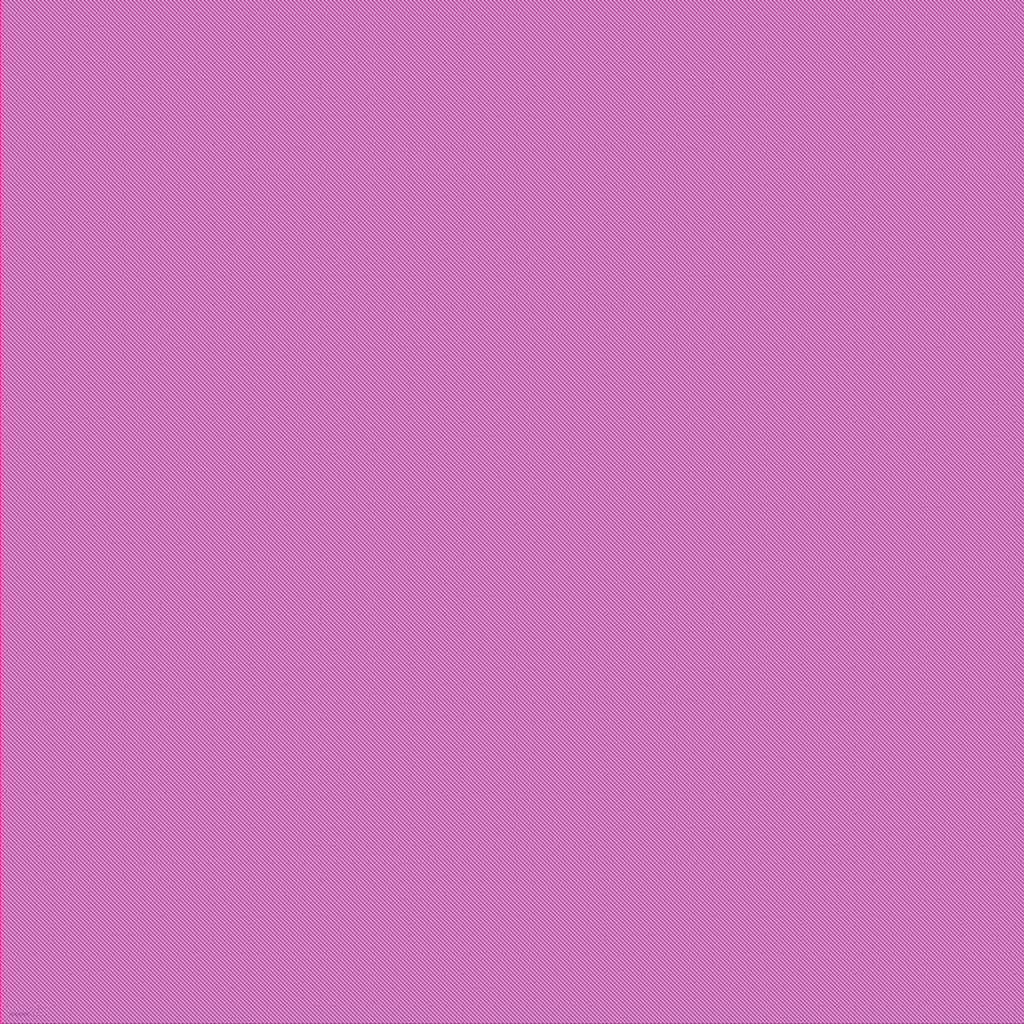
<source format=lef>
###############################################################################
#TSMC Library/IP Product
#Filename: tpa018nv_6lm.lef
#Technology: log018
#Product Type: Standard I/O
#Product Name: tpa018nv
#Version: 270a
###############################################################################
# 
#STATEMENT OF USE
#
#This information contains confidential and proprietary information of TSMC.
#No part of this information may be reproduced, transmitted, transcribed,
#stored in a retrieval system, or translated into any human or computer
#language, in any form or by any means, electronic, mechanical, magnetic,
#optical, chemical, manual, or otherwise, without the prior written permission
#of TSMC. This information was prepared for informational purpose and is for
#use by TSMC's customers only. TSMC reserves the right to make changes in the
#information at any time and without notice.
# 
###############################################################################

SITE pad
    SYMMETRY x y r90 ;
    CLASS pad ;
    SIZE 0.005 BY 115.000 ;
END pad 

SITE corner
    SYMMETRY x y r90 ;
    CLASS pad ;
    SIZE 115.000 BY 115.000 ;
END corner

MACRO PCLAMP
    CLASS BLOCK ;
    FOREIGN PCLAMP 0.000 0.000  ;
    ORIGIN 0.000 0.000 ;
    SIZE 115.000 BY 56.000 ;
    SYMMETRY x y r90 ;
    PIN VSSESD
        DIRECTION INOUT ;
        PORT
        LAYER METAL3 ;
        RECT  28.055 0.000 57.945 2.000 ;
        RECT  28.055 54.000 57.945 56.000 ;
        RECT  2.055 0.000 25.055 2.000 ;
        RECT  2.055 54.000 25.055 56.000 ;
        END
    END VSSESD
    PIN VDDESD
        DIRECTION INOUT ;
        PORT
        LAYER METAL3 ;
        RECT  86.945 0.000 108.505 2.000 ;
        RECT  86.945 54.000 108.505 56.000 ;
        RECT  60.945 0.000 83.945 2.000 ;
        RECT  60.945 54.000 83.945 56.000 ;
        END
    END VDDESD
    OBS
        LAYER METAL1 ;
        RECT  0.000 0.000 115.000 56.000 ;
        LAYER METAL2 ;
        RECT  0.000 0.000 115.000 56.000 ;
        LAYER METAL3 ;
        RECT  108.785 0.000 115.000 56.000 ;
        RECT  86.665 2.280 108.785 53.720 ;
        RECT  84.225 0.000 86.665 56.000 ;
        RECT  60.665 2.280 84.225 53.720 ;
        RECT  58.225 0.000 60.665 56.000 ;
        RECT  27.775 2.280 58.225 53.720 ;
        RECT  25.335 0.000 27.775 56.000 ;
        RECT  1.775 2.280 25.335 53.720 ;
        RECT  0.000 0.000 1.775 56.000 ;
        LAYER METAL4 ;
        RECT  0.000 0.000 115.000 56.000 ;
        LAYER METAL5 ;
        RECT  0.000 0.000 115.000 56.000 ;
        LAYER METAL6 ;
        RECT  0.000 0.000 115.000 56.000 ;
    END
END PCLAMP

MACRO PCORNERA
    CLASS ENDCAP BOTTOMLEFT ;
    FOREIGN PCORNERA 0.000 0.000  ;
    ORIGIN 0.000 0.000 ;
    SIZE 115.000 BY 115.000 ;
    SYMMETRY x y r90 ;
    SITE corner ;
    OBS
        LAYER METAL1 ;
        RECT  0.000 0.000 115.000 115.000 ;
        LAYER METAL2 ;
        RECT  0.000 0.000 115.000 115.000 ;
        LAYER METAL3 ;
        RECT  0.000 0.000 115.000 115.000 ;
        LAYER METAL4 ;
        RECT  0.000 0.000 115.000 115.000 ;
        LAYER METAL5 ;
        RECT  0.000 0.000 115.000 115.000 ;
        LAYER METAL6 ;
        RECT  0.000 0.000 115.000 115.000 ;
    END
END PCORNERA

MACRO PDB1A
    CLASS PAD ;
    FOREIGN PDB1A 0.000 0.000  ;
    ORIGIN 0.000 0.000 ;
    SIZE 50.000 BY 115.000 ;
    SYMMETRY x y r90 ;
    SITE pad ;
    PIN AIO
        DIRECTION INOUT ;
        PORT
        LAYER METAL2 ;
        RECT  20.000 0.000 30.000 3.160 ;
        LAYER METAL3 ;
        RECT  20.000 0.000 30.000 3.160 ;
        LAYER METAL4 ;
        RECT  20.000 0.000 30.000 3.160 ;
        LAYER METAL5 ;
        RECT  20.000 0.000 30.000 3.160 ;
        LAYER METAL6 ;
        RECT  20.000 0.000 30.000 3.160 ;
        RECT  20.000 111.840 30.000 115.000 ;
        END
    END AIO
    OBS
        LAYER METAL1 ;
        RECT  0.000 0.000 50.000 115.000 ;
        LAYER METAL2 ;
        RECT  30.280 0.000 50.000 115.000 ;
        RECT  19.720 3.440 30.280 115.000 ;
        RECT  0.000 0.000 19.720 115.000 ;
        LAYER VIA23 ;
        RECT  20.415 0.160 29.515 3.020 ;
        LAYER METAL3 ;
        RECT  30.280 0.000 50.000 115.000 ;
        RECT  19.720 3.440 30.280 115.000 ;
        RECT  0.000 0.000 19.720 115.000 ;
        LAYER VIA34 ;
        RECT  20.415 0.160 29.515 3.020 ;
        LAYER METAL4 ;
        RECT  30.280 0.000 50.000 115.000 ;
        RECT  19.720 3.440 30.280 115.000 ;
        RECT  0.000 0.000 19.720 115.000 ;
        LAYER VIA45 ;
        RECT  20.415 0.160 29.515 3.020 ;
        LAYER METAL5 ;
        RECT  30.280 0.000 50.000 115.000 ;
        RECT  19.720 3.440 30.280 115.000 ;
        RECT  0.000 0.000 19.720 115.000 ;
        LAYER VIA56 ;
        RECT  20.625 0.370 29.305 2.810 ;
        LAYER METAL6 ;
        RECT  30.460 0.000 50.000 115.000 ;
        RECT  19.540 3.620 30.460 111.380 ;
        RECT  0.000 0.000 19.540 115.000 ;
    END
END PDB1A

MACRO PDB1AC
    CLASS PAD ;
    FOREIGN PDB1AC 0.000 0.000  ;
    ORIGIN 0.000 0.000 ;
    SIZE 50.000 BY 115.000 ;
    SYMMETRY x y r90 ;
    SITE pad ;
    PIN AIO
        DIRECTION INOUT ;
        PORT
        LAYER METAL2 ;
        RECT  20.000 0.000 30.000 3.160 ;
        LAYER METAL3 ;
        RECT  20.000 0.000 30.000 3.160 ;
        LAYER METAL4 ;
        RECT  20.000 0.000 30.000 3.160 ;
        LAYER METAL5 ;
        RECT  20.000 0.000 30.000 3.160 ;
        LAYER METAL6 ;
        RECT  20.000 0.000 30.000 3.160 ;
        RECT  20.000 111.840 30.000 115.000 ;
        END
    END AIO
    OBS
        LAYER METAL1 ;
        RECT  0.000 0.000 50.000 115.000 ;
        LAYER METAL2 ;
        RECT  30.280 0.000 50.000 115.000 ;
        RECT  19.720 3.440 30.280 115.000 ;
        RECT  0.000 0.000 19.720 115.000 ;
        LAYER VIA23 ;
        RECT  20.415 0.160 29.515 3.020 ;
        LAYER METAL3 ;
        RECT  30.280 0.000 50.000 115.000 ;
        RECT  19.720 3.440 30.280 115.000 ;
        RECT  0.000 0.000 19.720 115.000 ;
        LAYER VIA34 ;
        RECT  20.415 0.160 29.515 3.020 ;
        LAYER METAL4 ;
        RECT  30.280 0.000 50.000 115.000 ;
        RECT  19.720 3.440 30.280 115.000 ;
        RECT  0.000 0.000 19.720 115.000 ;
        LAYER VIA45 ;
        RECT  20.415 0.160 29.515 3.020 ;
        LAYER METAL5 ;
        RECT  30.280 0.000 50.000 115.000 ;
        RECT  19.720 3.440 30.280 115.000 ;
        RECT  0.000 0.000 19.720 115.000 ;
        LAYER VIA56 ;
        RECT  20.625 0.370 29.305 2.810 ;
        LAYER METAL6 ;
        RECT  30.460 0.000 50.000 115.000 ;
        RECT  19.540 3.620 30.460 111.380 ;
        RECT  0.000 0.000 19.540 115.000 ;
    END
END PDB1AC

MACRO PDB2A
    CLASS PAD ;
    FOREIGN PDB2A 0.000 0.000  ;
    ORIGIN 0.000 0.000 ;
    SIZE 50.000 BY 115.000 ;
    SYMMETRY x y r90 ;
    SITE pad ;
    PIN AIO
        DIRECTION INOUT ;
        PORT
        LAYER METAL2 ;
        RECT  20.000 0.000 30.000 3.160 ;
        LAYER METAL3 ;
        RECT  20.000 0.000 30.000 3.160 ;
        LAYER METAL4 ;
        RECT  20.000 0.000 30.000 3.160 ;
        LAYER METAL5 ;
        RECT  20.000 0.000 30.000 3.160 ;
        LAYER METAL6 ;
        RECT  20.000 0.000 30.000 3.160 ;
        RECT  20.000 111.840 30.000 115.000 ;
        END
    END AIO
    OBS
        LAYER METAL1 ;
        RECT  0.000 0.000 50.000 115.000 ;
        LAYER METAL2 ;
        RECT  30.280 0.000 50.000 115.000 ;
        RECT  19.720 3.440 30.280 115.000 ;
        RECT  0.000 0.000 19.720 115.000 ;
        LAYER VIA23 ;
        RECT  20.415 0.160 29.515 3.020 ;
        LAYER METAL3 ;
        RECT  30.280 0.000 50.000 115.000 ;
        RECT  19.720 3.440 30.280 115.000 ;
        RECT  0.000 0.000 19.720 115.000 ;
        LAYER VIA34 ;
        RECT  20.415 0.160 29.515 3.020 ;
        LAYER METAL4 ;
        RECT  30.280 0.000 50.000 115.000 ;
        RECT  19.720 3.440 30.280 115.000 ;
        RECT  0.000 0.000 19.720 115.000 ;
        LAYER VIA45 ;
        RECT  20.415 0.160 29.515 3.020 ;
        LAYER METAL5 ;
        RECT  30.280 0.000 50.000 115.000 ;
        RECT  19.720 3.440 30.280 115.000 ;
        RECT  0.000 0.000 19.720 115.000 ;
        LAYER VIA56 ;
        RECT  20.625 0.370 29.305 2.810 ;
        LAYER METAL6 ;
        RECT  30.460 0.000 50.000 115.000 ;
        RECT  19.540 3.620 30.460 111.380 ;
        RECT  0.000 0.000 19.540 115.000 ;
    END
END PDB2A

MACRO PDB2AC
    CLASS PAD ;
    FOREIGN PDB2AC 0.000 0.000  ;
    ORIGIN 0.000 0.000 ;
    SIZE 50.000 BY 115.000 ;
    SYMMETRY x y r90 ;
    SITE pad ;
    PIN AIO
        DIRECTION INOUT ;
        PORT
        LAYER METAL2 ;
        RECT  20.000 0.000 30.000 3.160 ;
        LAYER METAL3 ;
        RECT  20.000 0.000 30.000 3.160 ;
        LAYER METAL4 ;
        RECT  20.000 0.000 30.000 3.160 ;
        LAYER METAL5 ;
        RECT  20.000 0.000 30.000 3.160 ;
        LAYER METAL6 ;
        RECT  20.000 0.000 30.000 3.160 ;
        RECT  20.000 111.840 30.000 115.000 ;
        END
    END AIO
    OBS
        LAYER METAL1 ;
        RECT  0.000 0.000 50.000 115.000 ;
        LAYER METAL2 ;
        RECT  30.280 0.000 50.000 115.000 ;
        RECT  19.720 3.440 30.280 115.000 ;
        RECT  0.000 0.000 19.720 115.000 ;
        LAYER VIA23 ;
        RECT  20.415 0.160 29.515 3.020 ;
        LAYER METAL3 ;
        RECT  30.280 0.000 50.000 115.000 ;
        RECT  19.720 3.440 30.280 115.000 ;
        RECT  0.000 0.000 19.720 115.000 ;
        LAYER VIA34 ;
        RECT  20.415 0.160 29.515 3.020 ;
        LAYER METAL4 ;
        RECT  30.280 0.000 50.000 115.000 ;
        RECT  19.720 3.440 30.280 115.000 ;
        RECT  0.000 0.000 19.720 115.000 ;
        LAYER VIA45 ;
        RECT  20.415 0.160 29.515 3.020 ;
        LAYER METAL5 ;
        RECT  30.280 0.000 50.000 115.000 ;
        RECT  19.720 3.440 30.280 115.000 ;
        RECT  0.000 0.000 19.720 115.000 ;
        LAYER VIA56 ;
        RECT  20.625 0.370 29.305 2.810 ;
        LAYER METAL6 ;
        RECT  30.460 0.000 50.000 115.000 ;
        RECT  19.540 3.620 30.460 111.380 ;
        RECT  0.000 0.000 19.540 115.000 ;
    END
END PDB2AC

MACRO PDB3A
    CLASS PAD ;
    FOREIGN PDB3A 0.000 0.000  ;
    ORIGIN 0.000 0.000 ;
    SIZE 50.000 BY 115.000 ;
    SYMMETRY x y r90 ;
    SITE pad ;
    PIN AIO
        DIRECTION INOUT ;
        PORT
        LAYER METAL2 ;
        RECT  25.945 0.000 39.945 3.160 ;
        RECT  10.055 0.000 24.055 3.160 ;
        LAYER METAL3 ;
        RECT  25.945 0.000 39.945 3.160 ;
        RECT  10.055 0.000 24.055 3.160 ;
        LAYER METAL4 ;
        RECT  25.945 0.000 39.945 3.160 ;
        RECT  10.055 0.000 24.055 3.160 ;
        LAYER METAL5 ;
        RECT  25.945 0.000 39.945 3.160 ;
        RECT  10.055 0.000 24.055 3.160 ;
        LAYER METAL6 ;
        RECT  25.945 0.000 39.945 3.160 ;
        RECT  25.945 111.840 39.945 115.000 ;
        RECT  10.055 0.000 24.055 3.160 ;
        RECT  10.055 111.840 24.055 115.000 ;
        END
    END AIO
    OBS
        LAYER METAL1 ;
        RECT  0.000 0.000 50.000 115.000 ;
        LAYER METAL2 ;
        RECT  40.225 0.000 50.000 115.000 ;
        RECT  25.665 3.440 40.225 115.000 ;
        RECT  24.335 0.000 25.665 115.000 ;
        RECT  9.775 3.440 24.335 115.000 ;
        RECT  0.000 0.000 9.775 115.000 ;
        LAYER VIA23 ;
        RECT  26.170 0.150 39.430 3.010 ;
        RECT  10.570 0.150 23.830 3.010 ;
        LAYER METAL3 ;
        RECT  40.225 0.000 50.000 115.000 ;
        RECT  25.665 3.440 40.225 115.000 ;
        RECT  24.335 0.000 25.665 115.000 ;
        RECT  9.775 3.440 24.335 115.000 ;
        RECT  0.000 0.000 9.775 115.000 ;
        LAYER VIA34 ;
        RECT  26.170 0.150 39.430 3.010 ;
        RECT  10.570 0.150 23.830 3.010 ;
        LAYER METAL4 ;
        RECT  40.225 0.000 50.000 115.000 ;
        RECT  25.665 3.440 40.225 115.000 ;
        RECT  24.335 0.000 25.665 115.000 ;
        RECT  9.775 3.440 24.335 115.000 ;
        RECT  0.000 0.000 9.775 115.000 ;
        LAYER VIA45 ;
        RECT  26.170 0.150 39.430 3.010 ;
        RECT  10.570 0.150 23.830 3.010 ;
        LAYER METAL5 ;
        RECT  40.225 0.000 50.000 115.000 ;
        RECT  25.665 3.440 40.225 115.000 ;
        RECT  24.335 0.000 25.665 115.000 ;
        RECT  9.775 3.440 24.335 115.000 ;
        RECT  0.000 0.000 9.775 115.000 ;
        LAYER VIA56 ;
        RECT  26.380 0.360 39.220 2.800 ;
        RECT  10.780 0.360 23.620 2.800 ;
        LAYER METAL6 ;
        RECT  40.405 0.000 50.000 115.000 ;
        RECT  25.485 3.620 40.405 111.380 ;
        RECT  24.515 0.000 25.485 115.000 ;
        RECT  9.595 3.620 24.515 111.380 ;
        RECT  0.000 0.000 9.595 115.000 ;
    END
END PDB3A

MACRO PDB3AC
    CLASS PAD ;
    FOREIGN PDB3AC 0.000 0.000  ;
    ORIGIN 0.000 0.000 ;
    SIZE 50.000 BY 115.000 ;
    SYMMETRY x y r90 ;
    SITE pad ;
    PIN AIO
        DIRECTION INOUT ;
        PORT
        LAYER METAL3 ;
        RECT  25.945 0.000 39.945 3.160 ;
        LAYER METAL2 ;
        RECT  25.945 0.000 39.945 3.160 ;
        LAYER METAL3 ;
        RECT  10.055 0.000 24.055 3.160 ;
        LAYER METAL2 ;
        RECT  10.055 0.000 24.055 3.160 ;
        LAYER METAL5 ;
        RECT  25.945 0.000 39.945 3.160 ;
        RECT  10.055 0.000 24.055 3.160 ;
        LAYER METAL6 ;
        RECT  25.945 0.000 39.945 3.160 ;
        RECT  25.945 111.840 39.945 115.000 ;
        RECT  10.055 0.000 24.055 3.160 ;
        RECT  10.055 111.840 24.055 115.000 ;
        END
    END AIO
    OBS
        LAYER METAL1 ;
        RECT  0.000 0.000 50.000 115.000 ;
        LAYER METAL2 ;
        RECT  40.225 0.000 50.000 115.000 ;
        RECT  25.665 3.440 40.225 115.000 ;
        RECT  24.335 0.000 25.665 115.000 ;
        RECT  9.775 3.440 24.335 115.000 ;
        RECT  0.000 0.000 9.775 115.000 ;
        LAYER VIA23 ;
        RECT  26.170 0.150 39.430 3.010 ;
        RECT  10.570 0.150 23.830 3.010 ;
        LAYER METAL3 ;
        RECT  40.225 0.000 50.000 115.000 ;
        RECT  25.665 3.440 40.225 115.000 ;
        RECT  24.335 0.000 25.665 115.000 ;
        RECT  9.775 3.440 24.335 115.000 ;
        RECT  0.000 0.000 9.775 115.000 ;
        LAYER VIA34 ;
        RECT  26.170 0.150 39.430 3.010 ;
        RECT  10.570 0.150 23.830 3.010 ;
        LAYER METAL4 ;
        RECT  0.000 0.000 50.000 115.000 ;
        LAYER METAL5 ;
        RECT  40.225 0.000 50.000 115.000 ;
        RECT  25.665 3.440 40.225 115.000 ;
        RECT  24.335 0.000 25.665 115.000 ;
        RECT  9.775 3.440 24.335 115.000 ;
        RECT  0.000 0.000 9.775 115.000 ;
        LAYER VIA56 ;
        RECT  26.380 0.360 39.220 2.800 ;
        RECT  10.780 0.360 23.620 2.800 ;
        LAYER METAL6 ;
        RECT  40.405 0.000 50.000 115.000 ;
        RECT  25.485 3.620 40.405 111.380 ;
        RECT  24.515 0.000 25.485 115.000 ;
        RECT  9.595 3.620 24.515 111.380 ;
        RECT  0.000 0.000 9.595 115.000 ;
    END
END PDB3AC

MACRO PFILLER0005A
    CLASS PAD ;
    FOREIGN PFILLER0005A 0.000 0.000  ;
    ORIGIN 0.000 0.000 ;
    SIZE 0.005 BY 115.000 ;
    SYMMETRY x y r90 ;
    SITE pad ;
    OBS
        LAYER METAL1 ;
        RECT  0.000 0.000 0.005 115.000 ;
        LAYER METAL2 ;
        RECT  0.000 0.000 0.005 115.000 ;
        LAYER METAL3 ;
        RECT  0.000 0.000 0.005 115.000 ;
        LAYER METAL4 ;
        RECT  0.000 0.000 0.005 115.000 ;
        LAYER METAL5 ;
        RECT  0.000 0.000 0.005 115.000 ;
        LAYER METAL6 ;
        RECT  0.000 0.000 0.005 115.000 ;
    END
END PFILLER0005A

MACRO PFILLER05A
    CLASS PAD ;
    FOREIGN PFILLER05A 0.000 0.000  ;
    ORIGIN 0.000 0.000 ;
    SIZE 0.500 BY 115.000 ;
    SYMMETRY x y r90 ;
    SITE pad ;
    OBS
        LAYER METAL1 ;
        RECT  0.000 0.000 0.500 115.000 ;
        LAYER METAL2 ;
        RECT  0.000 0.000 0.500 115.000 ;
        LAYER METAL3 ;
        RECT  0.000 0.000 0.500 115.000 ;
        LAYER METAL4 ;
        RECT  0.000 0.000 0.500 115.000 ;
        LAYER METAL5 ;
        RECT  0.000 0.000 0.500 115.000 ;
        LAYER METAL6 ;
        RECT  0.000 0.000 0.500 115.000 ;
    END
END PFILLER05A

MACRO PFILLER10A
    CLASS PAD ;
    FOREIGN PFILLER10A 0.000 0.000  ;
    ORIGIN 0.000 0.000 ;
    SIZE 10.000 BY 115.000 ;
    SYMMETRY x y r90 ;
    SITE pad ;
    OBS
        LAYER METAL1 ;
        RECT  0.000 0.000 10.000 115.000 ;
        LAYER METAL2 ;
        RECT  0.000 0.000 10.000 115.000 ;
        LAYER METAL3 ;
        RECT  0.000 0.000 10.000 115.000 ;
        LAYER METAL4 ;
        RECT  0.000 0.000 10.000 115.000 ;
        LAYER METAL5 ;
        RECT  0.000 0.000 10.000 115.000 ;
        LAYER METAL6 ;
        RECT  0.000 0.000 10.000 115.000 ;
    END
END PFILLER10A

MACRO PFILLER1A
    CLASS PAD ;
    FOREIGN PFILLER1A 0.000 0.000  ;
    ORIGIN 0.000 0.000 ;
    SIZE 1.000 BY 115.000 ;
    SYMMETRY x y r90 ;
    SITE pad ;
    OBS
        LAYER METAL1 ;
        RECT  0.000 0.000 1.000 115.000 ;
        LAYER METAL2 ;
        RECT  0.000 0.000 1.000 115.000 ;
        LAYER METAL3 ;
        RECT  0.000 0.000 1.000 115.000 ;
        LAYER METAL4 ;
        RECT  0.000 0.000 1.000 115.000 ;
        LAYER METAL5 ;
        RECT  0.000 0.000 1.000 115.000 ;
        LAYER METAL6 ;
        RECT  0.000 0.000 1.000 115.000 ;
    END
END PFILLER1A

MACRO PFILLER20A
    CLASS PAD ;
    FOREIGN PFILLER20A 0.000 0.000  ;
    ORIGIN 0.000 0.000 ;
    SIZE 20.000 BY 115.000 ;
    SYMMETRY x y r90 ;
    SITE pad ;
    OBS
        LAYER METAL1 ;
        RECT  0.000 0.000 20.000 115.000 ;
        LAYER METAL2 ;
        RECT  0.000 0.000 20.000 115.000 ;
        LAYER METAL3 ;
        RECT  0.000 0.000 20.000 115.000 ;
        LAYER METAL4 ;
        RECT  0.000 0.000 20.000 115.000 ;
        LAYER METAL5 ;
        RECT  0.000 0.000 20.000 115.000 ;
        LAYER METAL6 ;
        RECT  0.000 0.000 20.000 115.000 ;
    END
END PFILLER20A

MACRO PFILLER5A
    CLASS PAD ;
    FOREIGN PFILLER5A 0.000 0.000  ;
    ORIGIN 0.000 0.000 ;
    SIZE 5.000 BY 115.000 ;
    SYMMETRY x y r90 ;
    SITE pad ;
    OBS
        LAYER METAL1 ;
        RECT  0.000 0.000 5.000 115.000 ;
        LAYER METAL2 ;
        RECT  0.000 0.000 5.000 115.000 ;
        LAYER METAL3 ;
        RECT  0.000 0.000 5.000 115.000 ;
        LAYER METAL4 ;
        RECT  0.000 0.000 5.000 115.000 ;
        LAYER METAL5 ;
        RECT  0.000 0.000 5.000 115.000 ;
        LAYER METAL6 ;
        RECT  0.000 0.000 5.000 115.000 ;
    END
END PFILLER5A

MACRO PRCUTA
    CLASS PAD ;
    FOREIGN PRCUTA 0.000 0.000  ;
    ORIGIN 0.000 0.000 ;
    SIZE 25.000 BY 115.000 ;
    SYMMETRY x y r90 ;
    SITE pad ;
    OBS
        LAYER METAL1 ;
        RECT  0.000 0.000 25.000 115.000 ;
        LAYER METAL2 ;
        RECT  0.000 0.000 25.000 115.000 ;
        LAYER METAL3 ;
        RECT  0.000 0.000 25.000 115.000 ;
        LAYER METAL4 ;
        RECT  0.000 0.000 25.000 115.000 ;
        LAYER METAL5 ;
        RECT  0.000 0.000 25.000 115.000 ;
        LAYER METAL6 ;
        RECT  0.000 0.000 25.000 115.000 ;
    END
END PRCUTA

MACRO PVDD3A
    CLASS PAD ;
    FOREIGN PVDD3A 0.000 0.000  ;
    ORIGIN 0.000 0.000 ;
    SIZE 50.000 BY 115.000 ;
    SYMMETRY x y r90 ;
    SITE pad ;
    PIN TAVDD
        DIRECTION INOUT ;
        PORT
        LAYER METAL1 ;
        RECT  27.740 0.000 47.740 3.160 ;
        RECT  2.260 0.000 22.260 3.160 ;
        LAYER METAL2 ;
        RECT  27.740 0.000 47.740 3.160 ;
        RECT  2.260 0.000 22.260 3.160 ;
        LAYER METAL3 ;
        RECT  27.740 0.000 47.740 3.160 ;
        RECT  2.260 0.000 22.260 3.160 ;
        LAYER METAL4 ;
        RECT  27.740 0.000 47.740 3.160 ;
        RECT  2.260 0.000 22.260 3.160 ;
        LAYER METAL5 ;
        RECT  27.740 0.000 47.740 3.160 ;
        RECT  2.260 0.000 22.260 3.160 ;
        LAYER METAL6 ;
        RECT  27.740 0.000 47.740 3.160 ;
        RECT  2.260 0.000 22.260 3.160 ;
        END
    END TAVDD
    PIN AVDD
        DIRECTION INOUT ;
        PORT
        LAYER METAL2 ;
        RECT  26.520 114.000 46.520 115.000 ;
        LAYER METAL1 ;
        RECT  26.520 114.000 46.520 115.000 ;
        RECT  3.480 114.000 23.480 115.000 ;
        LAYER METAL2 ;
        RECT  3.480 114.000 23.480 115.000 ;
        END
    END AVDD
    OBS
        LAYER METAL1 ;
        RECT  47.970 0.000 50.000 115.000 ;
        RECT  46.750 3.390 47.970 115.000 ;
        RECT  27.510 3.390 46.750 113.770 ;
        RECT  26.290 0.000 27.510 113.770 ;
        RECT  23.710 0.000 26.290 115.000 ;
        RECT  22.490 0.000 23.710 113.770 ;
        RECT  3.250 3.390 22.490 113.770 ;
        RECT  2.030 3.390 3.250 115.000 ;
        RECT  0.000 0.000 2.030 115.000 ;
        LAYER VIA12 ;
        RECT  27.740 0.150 47.230 3.010 ;
        RECT  26.520 114.050 46.450 114.830 ;
        RECT  3.550 114.050 23.480 114.830 ;
        RECT  2.770 0.150 22.260 3.010 ;
        LAYER METAL2 ;
        RECT  48.020 0.000 50.000 115.000 ;
        RECT  46.800 3.440 48.020 115.000 ;
        RECT  27.460 3.440 46.800 113.720 ;
        RECT  26.240 0.000 27.460 113.720 ;
        RECT  23.760 0.000 26.240 115.000 ;
        RECT  22.540 0.000 23.760 113.720 ;
        RECT  3.200 3.440 22.540 113.720 ;
        RECT  1.980 3.440 3.200 115.000 ;
        RECT  0.000 0.000 1.980 115.000 ;
        LAYER VIA23 ;
        RECT  27.740 0.150 47.230 3.010 ;
        RECT  2.770 0.150 22.260 3.010 ;
        LAYER METAL3 ;
        RECT  48.020 0.000 50.000 115.000 ;
        RECT  27.460 3.440 48.020 115.000 ;
        RECT  22.540 0.000 27.460 115.000 ;
        RECT  1.980 3.440 22.540 115.000 ;
        RECT  0.000 0.000 1.980 115.000 ;
        LAYER VIA34 ;
        RECT  27.740 0.150 47.230 3.010 ;
        RECT  2.770 0.150 22.260 3.010 ;
        LAYER METAL4 ;
        RECT  48.020 0.000 50.000 115.000 ;
        RECT  27.460 3.440 48.020 115.000 ;
        RECT  22.540 0.000 27.460 115.000 ;
        RECT  1.980 3.440 22.540 115.000 ;
        RECT  0.000 0.000 1.980 115.000 ;
        LAYER VIA45 ;
        RECT  27.740 0.150 47.230 3.010 ;
        RECT  2.770 0.150 22.260 3.010 ;
        LAYER METAL5 ;
        RECT  48.020 0.000 50.000 115.000 ;
        RECT  27.460 3.440 48.020 115.000 ;
        RECT  22.540 0.000 27.460 115.000 ;
        RECT  1.980 3.440 22.540 115.000 ;
        RECT  0.000 0.000 1.980 115.000 ;
        LAYER VIA56 ;
        RECT  27.940 0.360 47.020 2.800 ;
        RECT  2.980 0.360 22.060 2.800 ;
        LAYER METAL6 ;
        RECT  48.200 0.000 50.000 115.000 ;
        RECT  27.280 3.620 48.200 115.000 ;
        RECT  22.720 0.000 27.280 115.000 ;
        RECT  1.800 3.620 22.720 115.000 ;
        RECT  0.000 0.000 1.800 115.000 ;
    END
END PVDD3A

MACRO PVDD3AC
    CLASS PAD ;
    FOREIGN PVDD3AC 0.000 0.000  ;
    ORIGIN 0.000 0.000 ;
    SIZE 50.000 BY 115.000 ;
    SYMMETRY x y r90 ;
    SITE pad ;
    PIN TACVDD
        DIRECTION INOUT ;
        PORT
        LAYER METAL1 ;
        RECT  27.740 0.000 47.740 3.160 ;
        RECT  2.260 0.000 22.260 3.160 ;
        LAYER METAL2 ;
        RECT  27.740 0.000 47.740 3.160 ;
        RECT  2.260 0.000 22.260 3.160 ;
        LAYER METAL3 ;
        RECT  27.740 0.000 47.740 3.160 ;
        RECT  2.260 0.000 22.260 3.160 ;
        LAYER METAL4 ;
        RECT  27.740 0.000 47.740 3.160 ;
        RECT  2.260 0.000 22.260 3.160 ;
        LAYER METAL5 ;
        RECT  27.740 0.000 47.740 3.160 ;
        RECT  2.260 0.000 22.260 3.160 ;
        LAYER METAL6 ;
        RECT  27.740 0.000 47.740 3.160 ;
        RECT  2.260 0.000 22.260 3.160 ;
        END
    END TACVDD
    PIN AVDD
        DIRECTION INOUT ;
        PORT
        LAYER METAL2 ;
        RECT  26.660 114.000 46.660 115.000 ;
        LAYER METAL1 ;
        RECT  26.660 114.000 46.660 115.000 ;
        RECT  3.340 114.000 23.340 115.000 ;
        LAYER METAL2 ;
        RECT  3.340 114.000 23.340 115.000 ;
        END
    END AVDD
    OBS
        LAYER METAL1 ;
        RECT  47.970 0.000 50.000 115.000 ;
        RECT  46.890 3.390 47.970 115.000 ;
        RECT  27.510 3.390 46.890 113.770 ;
        RECT  26.430 0.000 27.510 113.770 ;
        RECT  23.570 0.000 26.430 115.000 ;
        RECT  22.490 0.000 23.570 113.770 ;
        RECT  3.110 3.390 22.490 113.770 ;
        RECT  2.030 3.390 3.110 115.000 ;
        RECT  0.000 0.000 2.030 115.000 ;
        LAYER VIA12 ;
        RECT  27.740 0.150 47.230 3.010 ;
        RECT  26.660 114.050 46.450 114.830 ;
        RECT  3.550 114.050 23.340 114.830 ;
        RECT  2.770 0.150 22.260 3.010 ;
        LAYER METAL2 ;
        RECT  48.020 0.000 50.000 115.000 ;
        RECT  46.940 3.440 48.020 115.000 ;
        RECT  27.460 3.440 46.940 113.720 ;
        RECT  26.380 0.000 27.460 113.720 ;
        RECT  23.620 0.000 26.380 115.000 ;
        RECT  22.540 0.000 23.620 113.720 ;
        RECT  3.060 3.440 22.540 113.720 ;
        RECT  1.980 3.440 3.060 115.000 ;
        RECT  0.000 0.000 1.980 115.000 ;
        LAYER VIA23 ;
        RECT  27.740 0.150 47.230 3.010 ;
        RECT  2.770 0.150 22.260 3.010 ;
        LAYER METAL3 ;
        RECT  48.020 0.000 50.000 115.000 ;
        RECT  27.460 3.440 48.020 115.000 ;
        RECT  22.540 0.000 27.460 115.000 ;
        RECT  1.980 3.440 22.540 115.000 ;
        RECT  0.000 0.000 1.980 115.000 ;
        LAYER VIA34 ;
        RECT  27.740 0.150 47.230 3.010 ;
        RECT  2.770 0.150 22.260 3.010 ;
        LAYER METAL4 ;
        RECT  48.020 0.000 50.000 115.000 ;
        RECT  27.460 3.440 48.020 115.000 ;
        RECT  22.540 0.000 27.460 115.000 ;
        RECT  1.980 3.440 22.540 115.000 ;
        RECT  0.000 0.000 1.980 115.000 ;
        LAYER VIA45 ;
        RECT  27.740 0.150 47.230 3.010 ;
        RECT  2.770 0.150 22.260 3.010 ;
        LAYER METAL5 ;
        RECT  48.020 0.000 50.000 115.000 ;
        RECT  27.460 3.440 48.020 115.000 ;
        RECT  22.540 0.000 27.460 115.000 ;
        RECT  1.980 3.440 22.540 115.000 ;
        RECT  0.000 0.000 1.980 115.000 ;
        LAYER VIA56 ;
        RECT  27.940 0.360 47.020 2.800 ;
        RECT  2.980 0.360 22.060 2.800 ;
        LAYER METAL6 ;
        RECT  48.200 0.000 50.000 115.000 ;
        RECT  27.280 3.620 48.200 115.000 ;
        RECT  22.720 0.000 27.280 115.000 ;
        RECT  1.800 3.620 22.720 115.000 ;
        RECT  0.000 0.000 1.800 115.000 ;
    END
END PVDD3AC

MACRO PVSS3A
    CLASS PAD ;
    FOREIGN PVSS3A 0.000 0.000  ;
    ORIGIN 0.000 0.000 ;
    SIZE 50.000 BY 115.000 ;
    SYMMETRY x y r90 ;
    SITE pad ;
    PIN AVSS
        DIRECTION INOUT ;
        PORT
        LAYER METAL2 ;
        RECT  26.470 114.000 46.470 115.000 ;
        LAYER METAL1 ;
        RECT  26.470 114.000 46.470 115.000 ;
        LAYER METAL2 ;
        RECT  3.530 114.000 23.530 115.000 ;
        LAYER METAL1 ;
        RECT  3.530 114.000 23.530 115.000 ;
        RECT  27.740 0.000 47.740 3.160 ;
        RECT  2.260 0.000 22.260 3.160 ;
        LAYER METAL2 ;
        RECT  27.740 0.000 47.740 3.160 ;
        RECT  2.260 0.000 22.260 3.160 ;
        LAYER METAL3 ;
        RECT  27.740 0.000 47.740 3.160 ;
        RECT  2.260 0.000 22.260 3.160 ;
        LAYER METAL4 ;
        RECT  27.740 0.000 47.740 3.160 ;
        RECT  2.260 0.000 22.260 3.160 ;
        LAYER METAL5 ;
        RECT  27.740 0.000 47.740 3.160 ;
        RECT  2.260 0.000 22.260 3.160 ;
        LAYER METAL6 ;
        RECT  27.740 0.000 47.740 3.160 ;
        RECT  2.260 0.000 22.260 3.160 ;
        END
    END AVSS
    OBS
        LAYER METAL1 ;
        RECT  47.970 0.000 50.000 115.000 ;
        RECT  46.700 3.390 47.970 115.000 ;
        RECT  27.510 3.390 46.700 113.770 ;
        RECT  26.240 0.000 27.510 113.770 ;
        RECT  23.760 0.000 26.240 115.000 ;
        RECT  22.490 0.000 23.760 113.770 ;
        RECT  3.300 3.390 22.490 113.770 ;
        RECT  2.030 3.390 3.300 115.000 ;
        RECT  0.000 0.000 2.030 115.000 ;
        LAYER VIA12 ;
        RECT  27.740 0.150 47.230 3.010 ;
        RECT  26.690 114.050 46.190 114.830 ;
        RECT  3.810 114.050 23.310 114.830 ;
        RECT  2.770 0.150 22.260 3.010 ;
        LAYER METAL2 ;
        RECT  48.020 0.000 50.000 115.000 ;
        RECT  46.750 3.440 48.020 115.000 ;
        RECT  27.460 3.440 46.750 113.720 ;
        RECT  26.190 0.000 27.460 113.720 ;
        RECT  23.810 0.000 26.190 115.000 ;
        RECT  22.540 0.000 23.810 113.720 ;
        RECT  3.250 3.440 22.540 113.720 ;
        RECT  1.980 3.440 3.250 115.000 ;
        RECT  0.000 0.000 1.980 115.000 ;
        LAYER VIA23 ;
        RECT  27.740 0.150 47.230 3.010 ;
        RECT  2.770 0.150 22.260 3.010 ;
        LAYER METAL3 ;
        RECT  48.020 0.000 50.000 115.000 ;
        RECT  27.460 3.440 48.020 115.000 ;
        RECT  22.540 0.000 27.460 115.000 ;
        RECT  1.980 3.440 22.540 115.000 ;
        RECT  0.000 0.000 1.980 115.000 ;
        LAYER VIA34 ;
        RECT  27.740 0.150 47.230 3.010 ;
        RECT  2.770 0.150 22.260 3.010 ;
        LAYER METAL4 ;
        RECT  48.020 0.000 50.000 115.000 ;
        RECT  27.460 3.440 48.020 115.000 ;
        RECT  22.540 0.000 27.460 115.000 ;
        RECT  1.980 3.440 22.540 115.000 ;
        RECT  0.000 0.000 1.980 115.000 ;
        LAYER VIA45 ;
        RECT  27.740 0.150 47.230 3.010 ;
        RECT  2.770 0.150 22.260 3.010 ;
        LAYER METAL5 ;
        RECT  48.020 0.000 50.000 115.000 ;
        RECT  27.460 3.440 48.020 115.000 ;
        RECT  22.540 0.000 27.460 115.000 ;
        RECT  1.980 3.440 22.540 115.000 ;
        RECT  0.000 0.000 1.980 115.000 ;
        LAYER VIA56 ;
        RECT  27.940 0.360 47.020 2.800 ;
        RECT  2.980 0.360 22.060 2.800 ;
        LAYER METAL6 ;
        RECT  48.200 0.000 50.000 115.000 ;
        RECT  27.280 3.620 48.200 115.000 ;
        RECT  22.720 0.000 27.280 115.000 ;
        RECT  1.800 3.620 22.720 115.000 ;
        RECT  0.000 0.000 1.800 115.000 ;
    END
END PVSS3A

MACRO PVSS3AC
    CLASS PAD ;
    FOREIGN PVSS3AC 0.000 0.000  ;
    ORIGIN 0.000 0.000 ;
    SIZE 50.000 BY 115.000 ;
    SYMMETRY x y r90 ;
    SITE pad ;
    PIN AVSS
        DIRECTION INOUT ;
        PORT
        LAYER METAL2 ;
        RECT  26.470 114.000 46.470 115.000 ;
        LAYER METAL1 ;
        RECT  26.470 114.000 46.470 115.000 ;
        LAYER METAL2 ;
        RECT  3.530 114.000 23.530 115.000 ;
        LAYER METAL1 ;
        RECT  3.530 114.000 23.530 115.000 ;
        RECT  27.740 0.000 47.740 3.160 ;
        RECT  2.260 0.000 22.260 3.160 ;
        LAYER METAL2 ;
        RECT  27.740 0.000 47.740 3.160 ;
        RECT  2.260 0.000 22.260 3.160 ;
        LAYER METAL3 ;
        RECT  27.740 0.000 47.740 3.160 ;
        RECT  2.260 0.000 22.260 3.160 ;
        LAYER METAL4 ;
        RECT  27.740 0.000 47.740 3.160 ;
        RECT  2.260 0.000 22.260 3.160 ;
        LAYER METAL5 ;
        RECT  27.740 0.000 47.740 3.160 ;
        RECT  2.260 0.000 22.260 3.160 ;
        LAYER METAL6 ;
        RECT  27.740 0.000 47.740 3.160 ;
        RECT  2.260 0.000 22.260 3.160 ;
        END
    END AVSS
    OBS
        LAYER METAL1 ;
        RECT  47.970 0.000 50.000 115.000 ;
        RECT  46.700 3.390 47.970 115.000 ;
        RECT  27.510 3.390 46.700 113.770 ;
        RECT  26.240 0.000 27.510 113.770 ;
        RECT  23.760 0.000 26.240 115.000 ;
        RECT  22.490 0.000 23.760 113.770 ;
        RECT  3.300 3.390 22.490 113.770 ;
        RECT  2.030 3.390 3.300 115.000 ;
        RECT  0.000 0.000 2.030 115.000 ;
        LAYER VIA12 ;
        RECT  27.740 0.150 47.230 3.010 ;
        RECT  26.690 114.050 46.190 114.830 ;
        RECT  3.810 114.050 23.310 114.830 ;
        RECT  2.770 0.150 22.260 3.010 ;
        LAYER METAL2 ;
        RECT  48.020 0.000 50.000 115.000 ;
        RECT  46.750 3.440 48.020 115.000 ;
        RECT  27.460 3.440 46.750 113.720 ;
        RECT  26.190 0.000 27.460 113.720 ;
        RECT  23.810 0.000 26.190 115.000 ;
        RECT  22.540 0.000 23.810 113.720 ;
        RECT  3.250 3.440 22.540 113.720 ;
        RECT  1.980 3.440 3.250 115.000 ;
        RECT  0.000 0.000 1.980 115.000 ;
        LAYER VIA23 ;
        RECT  27.740 0.150 47.230 3.010 ;
        RECT  2.770 0.150 22.260 3.010 ;
        LAYER METAL3 ;
        RECT  48.020 0.000 50.000 115.000 ;
        RECT  27.460 3.440 48.020 115.000 ;
        RECT  22.540 0.000 27.460 115.000 ;
        RECT  1.980 3.440 22.540 115.000 ;
        RECT  0.000 0.000 1.980 115.000 ;
        LAYER VIA34 ;
        RECT  27.740 0.150 47.230 3.010 ;
        RECT  2.770 0.150 22.260 3.010 ;
        LAYER METAL4 ;
        RECT  48.020 0.000 50.000 115.000 ;
        RECT  27.460 3.440 48.020 115.000 ;
        RECT  22.540 0.000 27.460 115.000 ;
        RECT  1.980 3.440 22.540 115.000 ;
        RECT  0.000 0.000 1.980 115.000 ;
        LAYER VIA45 ;
        RECT  27.740 0.150 47.230 3.010 ;
        RECT  2.770 0.150 22.260 3.010 ;
        LAYER METAL5 ;
        RECT  48.020 0.000 50.000 115.000 ;
        RECT  27.460 3.440 48.020 115.000 ;
        RECT  22.540 0.000 27.460 115.000 ;
        RECT  1.980 3.440 22.540 115.000 ;
        RECT  0.000 0.000 1.980 115.000 ;
        LAYER VIA56 ;
        RECT  27.940 0.360 47.020 2.800 ;
        RECT  2.980 0.360 22.060 2.800 ;
        LAYER METAL6 ;
        RECT  48.200 0.000 50.000 115.000 ;
        RECT  27.280 3.620 48.200 115.000 ;
        RECT  22.720 0.000 27.280 115.000 ;
        RECT  1.800 3.620 22.720 115.000 ;
        RECT  0.000 0.000 1.800 115.000 ;
    END
END PVSS3AC

END LIBRARY

</source>
